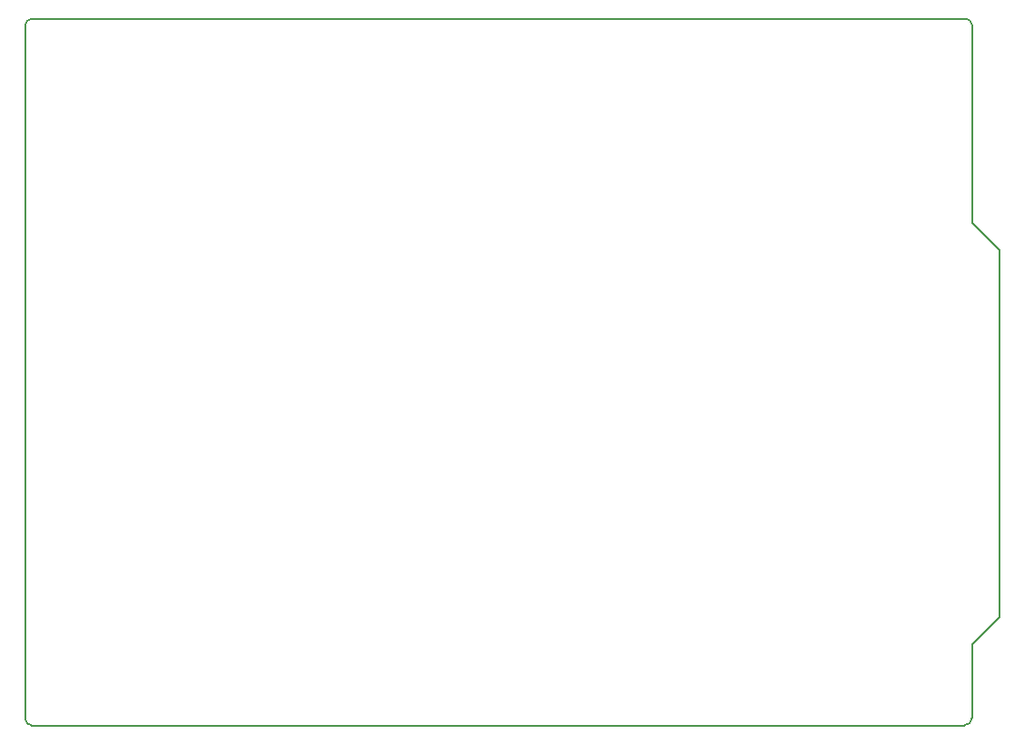
<source format=gbr>
%TF.GenerationSoftware,KiCad,Pcbnew,(6.0.7)*%
%TF.CreationDate,2022-09-07T14:49:02+09:00*%
%TF.ProjectId,jonseol2,6a6f6e73-656f-46c3-922e-6b696361645f,rev?*%
%TF.SameCoordinates,Original*%
%TF.FileFunction,Profile,NP*%
%FSLAX46Y46*%
G04 Gerber Fmt 4.6, Leading zero omitted, Abs format (unit mm)*
G04 Created by KiCad (PCBNEW (6.0.7)) date 2022-09-07 14:49:02*
%MOMM*%
%LPD*%
G01*
G04 APERTURE LIST*
%TA.AperFunction,Profile*%
%ADD10C,0.150000*%
%TD*%
G04 APERTURE END LIST*
D10*
X199060000Y-59360000D02*
X201600000Y-61900000D01*
X110668000Y-105715000D02*
X110668000Y-40945000D01*
X201600000Y-61900000D02*
X201600000Y-96190000D01*
X198298000Y-106350000D02*
X111303000Y-106350000D01*
X111303000Y-40310000D02*
X198425000Y-40310000D01*
X201600000Y-96190000D02*
X199060000Y-98730000D01*
X110668000Y-105715000D02*
G75*
G03*
X111303000Y-106350000I635000J0D01*
G01*
X198298000Y-106350000D02*
G75*
G03*
X199060000Y-105588000I0J762000D01*
G01*
X199060000Y-40945000D02*
G75*
G03*
X198425000Y-40310000I-635000J0D01*
G01*
X199060000Y-40945000D02*
X199060000Y-59360000D01*
X111303000Y-40310000D02*
G75*
G03*
X110668000Y-40945000I0J-635000D01*
G01*
X199060000Y-98730000D02*
X199060000Y-105588000D01*
M02*

</source>
